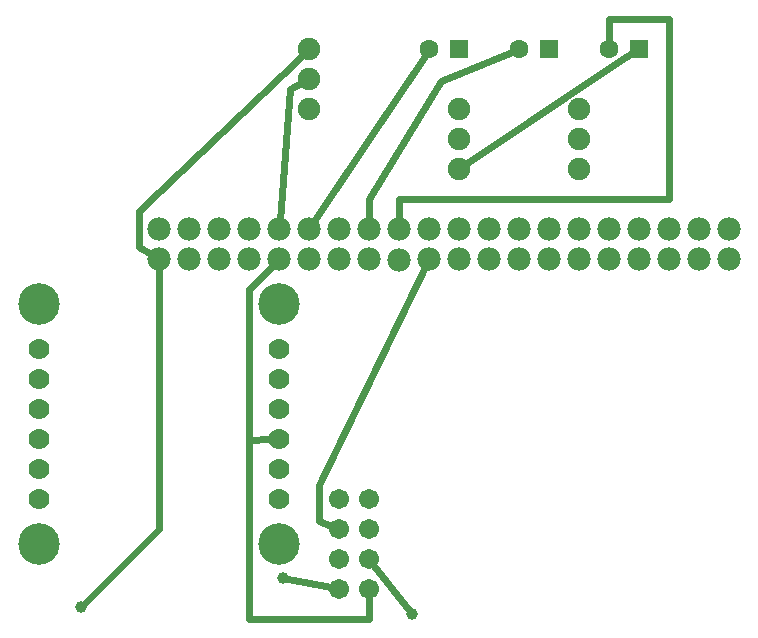
<source format=gtl>
G04 MADE WITH FRITZING*
G04 WWW.FRITZING.ORG*
G04 DOUBLE SIDED*
G04 HOLES PLATED*
G04 CONTOUR ON CENTER OF CONTOUR VECTOR*
%ASAXBY*%
%FSLAX23Y23*%
%MOIN*%
%OFA0B0*%
%SFA1.0B1.0*%
%ADD10C,0.077444*%
%ADD11C,0.138425*%
%ADD12C,0.070000*%
%ADD13C,0.075000*%
%ADD14C,0.062992*%
%ADD15C,0.067278*%
%ADD16C,0.039370*%
%ADD17R,0.062992X0.062992*%
%ADD18C,0.024000*%
%LNCOPPER1*%
G90*
G70*
G54D10*
X536Y1255D03*
X636Y1255D03*
X736Y1255D03*
X836Y1255D03*
X936Y1255D03*
X1036Y1255D03*
X1136Y1255D03*
X1236Y1255D03*
X1336Y1253D03*
X1436Y1255D03*
X1536Y1255D03*
X1636Y1255D03*
X1736Y1255D03*
X1836Y1255D03*
X1936Y1255D03*
X2036Y1255D03*
X2136Y1255D03*
X2236Y1255D03*
X2337Y1255D03*
X2436Y1255D03*
X2436Y1355D03*
X2337Y1355D03*
X2236Y1355D03*
X2136Y1355D03*
X2036Y1355D03*
X1936Y1355D03*
X1836Y1355D03*
X1736Y1355D03*
X1636Y1355D03*
X1536Y1355D03*
X1436Y1355D03*
X1336Y1355D03*
X1236Y1355D03*
X1136Y1355D03*
X1036Y1355D03*
X936Y1355D03*
X836Y1355D03*
X736Y1355D03*
X636Y1355D03*
X536Y1355D03*
G54D11*
X936Y305D03*
X136Y305D03*
G54D12*
X936Y455D03*
X936Y555D03*
X936Y655D03*
X936Y755D03*
X936Y855D03*
X936Y955D03*
X136Y455D03*
X136Y555D03*
X136Y655D03*
G54D11*
X936Y1105D03*
G54D12*
X136Y755D03*
G54D11*
X136Y1105D03*
G54D12*
X136Y855D03*
X136Y955D03*
G54D13*
X1536Y1755D03*
X1936Y1755D03*
G54D14*
X1835Y1955D03*
X1736Y1955D03*
G54D13*
X1536Y1655D03*
X1936Y1655D03*
G54D14*
X2135Y1955D03*
X2036Y1955D03*
G54D13*
X1536Y1555D03*
X1936Y1555D03*
G54D14*
X1535Y1955D03*
X1436Y1955D03*
G54D15*
X1136Y155D03*
X1136Y255D03*
X1136Y355D03*
X1136Y455D03*
X1236Y155D03*
X1236Y255D03*
X1236Y355D03*
X1236Y455D03*
G54D13*
X1036Y1755D03*
X1036Y1855D03*
X1036Y1955D03*
G54D16*
X1381Y71D03*
X949Y191D03*
X277Y95D03*
G54D17*
X1835Y1955D03*
X2135Y1955D03*
X1535Y1955D03*
G54D18*
X836Y653D02*
X906Y654D01*
D02*
X836Y1154D02*
X836Y653D01*
D02*
X1237Y54D02*
X1237Y126D01*
D02*
X836Y54D02*
X1237Y54D01*
D02*
X836Y653D02*
X836Y54D01*
D02*
X915Y1233D02*
X836Y1154D01*
D02*
X973Y1823D02*
X1011Y1842D01*
D02*
X939Y1385D02*
X973Y1823D01*
D02*
X1423Y1227D02*
X1069Y503D01*
D02*
X1069Y383D02*
X1111Y365D01*
D02*
X1069Y503D02*
X1069Y383D01*
D02*
X1254Y232D02*
X1369Y86D01*
D02*
X1016Y1935D02*
X469Y1415D01*
D02*
X537Y355D02*
X536Y1224D01*
D02*
X469Y1295D02*
X510Y1270D01*
D02*
X469Y1415D02*
X469Y1295D01*
D02*
X1109Y160D02*
X968Y188D01*
D02*
X290Y109D02*
X537Y355D01*
D02*
X1237Y1654D02*
X1053Y1380D01*
D02*
X1422Y1932D02*
X1237Y1654D01*
D02*
X1712Y1944D02*
X1477Y1847D01*
D02*
X1237Y1455D02*
X1237Y1385D01*
D02*
X1477Y1847D02*
X1237Y1455D01*
D02*
X2077Y1919D02*
X1573Y1583D01*
D02*
X2112Y1941D02*
X2077Y1919D01*
D02*
X1573Y1583D02*
X1559Y1572D01*
D02*
X2036Y1981D02*
X2036Y2055D01*
D02*
X2237Y1856D02*
X2237Y1455D01*
D02*
X2237Y2055D02*
X2237Y1856D01*
D02*
X2036Y2055D02*
X2237Y2055D01*
D02*
X2237Y1455D02*
X1336Y1455D01*
D02*
X1336Y1455D02*
X1336Y1385D01*
G04 End of Copper1*
M02*
</source>
